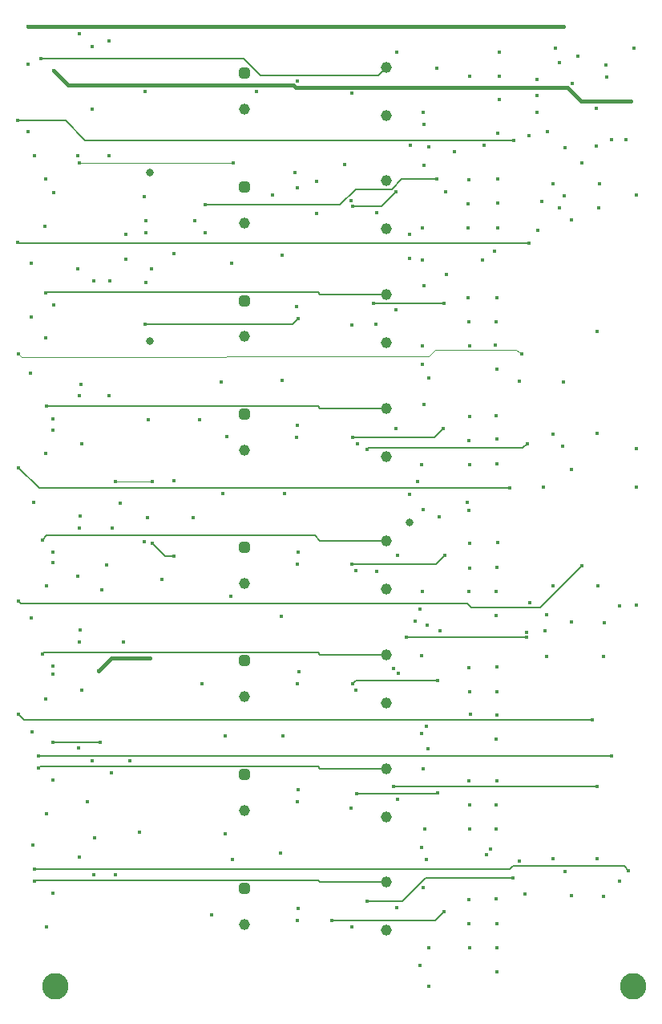
<source format=gbr>
%TF.GenerationSoftware,KiCad,Pcbnew,(6.0.1)*%
%TF.CreationDate,2023-03-14T21:46:10-07:00*%
%TF.ProjectId,pipes_sub,70697065-735f-4737-9562-2e6b69636164,rev?*%
%TF.SameCoordinates,Original*%
%TF.FileFunction,Copper,L2,Inr*%
%TF.FilePolarity,Positive*%
%FSLAX46Y46*%
G04 Gerber Fmt 4.6, Leading zero omitted, Abs format (unit mm)*
G04 Created by KiCad (PCBNEW (6.0.1)) date 2023-03-14 21:46:10*
%MOMM*%
%LPD*%
G01*
G04 APERTURE LIST*
G04 Aperture macros list*
%AMRoundRect*
0 Rectangle with rounded corners*
0 $1 Rounding radius*
0 $2 $3 $4 $5 $6 $7 $8 $9 X,Y pos of 4 corners*
0 Add a 4 corners polygon primitive as box body*
4,1,4,$2,$3,$4,$5,$6,$7,$8,$9,$2,$3,0*
0 Add four circle primitives for the rounded corners*
1,1,$1+$1,$2,$3*
1,1,$1+$1,$4,$5*
1,1,$1+$1,$6,$7*
1,1,$1+$1,$8,$9*
0 Add four rect primitives between the rounded corners*
20,1,$1+$1,$2,$3,$4,$5,0*
20,1,$1+$1,$4,$5,$6,$7,0*
20,1,$1+$1,$6,$7,$8,$9,0*
20,1,$1+$1,$8,$9,$2,$3,0*%
G04 Aperture macros list end*
%TA.AperFunction,ComponentPad*%
%ADD10RoundRect,0.287500X-0.287500X-0.287500X0.287500X-0.287500X0.287500X0.287500X-0.287500X0.287500X0*%
%TD*%
%TA.AperFunction,ComponentPad*%
%ADD11C,1.150000*%
%TD*%
%TA.AperFunction,ComponentPad*%
%ADD12C,2.800000*%
%TD*%
%TA.AperFunction,ViaPad*%
%ADD13C,0.450000*%
%TD*%
%TA.AperFunction,ViaPad*%
%ADD14C,0.800000*%
%TD*%
%TA.AperFunction,Conductor*%
%ADD15C,0.400000*%
%TD*%
%TA.AperFunction,Conductor*%
%ADD16C,0.200000*%
%TD*%
%TA.AperFunction,Conductor*%
%ADD17C,0.120000*%
%TD*%
G04 APERTURE END LIST*
D10*
%TO.N,Net-(U26-Pad1)*%
%TO.C,U26*%
X65170000Y-124600000D03*
D11*
%TO.N,Net-(R54-Pad1)*%
X65170000Y-128400000D03*
%TO.N,Net-(R59-Pad2)*%
X80170000Y-123960000D03*
%TO.N,Net-(R53-Pad2)*%
X80170000Y-129040000D03*
%TD*%
D10*
%TO.N,Net-(U27-Pad1)*%
%TO.C,U27*%
X65170000Y-86600000D03*
D11*
%TO.N,Net-(R56-Pad1)*%
X65170000Y-90400000D03*
%TO.N,Net-(R60-Pad2)*%
X80170000Y-85960000D03*
%TO.N,Net-(R55-Pad2)*%
X80170000Y-91040000D03*
%TD*%
D10*
%TO.N,Net-(U21-Pad1)*%
%TO.C,U21*%
X65170000Y-74600000D03*
D11*
%TO.N,Net-(R47-Pad1)*%
X65170000Y-78400000D03*
%TO.N,Net-(R51-Pad2)*%
X80170000Y-73960000D03*
%TO.N,Net-(R46-Pad2)*%
X80170000Y-79040000D03*
%TD*%
D10*
%TO.N,Net-(U22-Pad1)*%
%TO.C,U22*%
X65170000Y-50600000D03*
D11*
%TO.N,Net-(R49-Pad1)*%
X65170000Y-54400000D03*
%TO.N,Net-(R52-Pad2)*%
X80170000Y-49960000D03*
%TO.N,Net-(R48-Pad2)*%
X80170000Y-55040000D03*
%TD*%
D10*
%TO.N,Net-(U20-Pad1)*%
%TO.C,U20*%
X65170000Y-112600000D03*
D11*
%TO.N,Net-(R45-Pad1)*%
X65170000Y-116400000D03*
%TO.N,Net-(R50-Pad2)*%
X80170000Y-111960000D03*
%TO.N,Net-(R44-Pad2)*%
X80170000Y-117040000D03*
%TD*%
D10*
%TO.N,Net-(U28-Pad1)*%
%TO.C,U28*%
X65170000Y-62600000D03*
D11*
%TO.N,Net-(R58-Pad1)*%
X65170000Y-66400000D03*
%TO.N,Net-(R61-Pad2)*%
X80170000Y-61960000D03*
%TO.N,Net-(R57-Pad2)*%
X80170000Y-67040000D03*
%TD*%
D10*
%TO.N,Net-(U33-Pad1)*%
%TO.C,U33*%
X65170000Y-100600000D03*
D11*
%TO.N,Net-(R65-Pad1)*%
X65170000Y-104400000D03*
%TO.N,Net-(R67-Pad2)*%
X80170000Y-99960000D03*
%TO.N,Net-(R64-Pad2)*%
X80170000Y-105040000D03*
%TD*%
D10*
%TO.N,Net-(U32-Pad1)*%
%TO.C,U32*%
X65170000Y-136600000D03*
D11*
%TO.N,Net-(R63-Pad1)*%
X65170000Y-140400000D03*
%TO.N,Net-(R66-Pad2)*%
X80170000Y-135960000D03*
%TO.N,Net-(R62-Pad2)*%
X80170000Y-141040000D03*
%TD*%
D12*
%TO.N,GND*%
%TO.C,TP1*%
X106250000Y-146950000D03*
%TD*%
%TO.N,GND*%
%TO.C,TP2*%
X45230000Y-146950000D03*
%TD*%
D13*
%TO.N,+12V*%
X98433750Y-49466250D03*
X42692520Y-70647480D03*
X49301250Y-131301250D03*
X97800000Y-104700000D03*
X42295000Y-45675000D03*
X98875000Y-45675000D03*
X42740000Y-120090000D03*
X97800000Y-88700000D03*
X42900000Y-95870000D03*
X42690000Y-108120000D03*
X97800000Y-62300000D03*
X54100000Y-130650000D03*
X42692520Y-76307480D03*
X42860000Y-132050000D03*
X42550000Y-82240000D03*
X42985000Y-59355000D03*
X97800000Y-133500000D03*
%TO.N,-12V*%
X44980000Y-75060000D03*
X44940000Y-101130000D03*
X99695000Y-108505000D03*
X49800000Y-113700000D03*
X48000000Y-89700000D03*
X51100000Y-124400000D03*
X44940000Y-102200000D03*
X44950000Y-87110000D03*
X44940000Y-121180000D03*
X44960000Y-114000000D03*
X106000000Y-53515000D03*
X44950000Y-88300000D03*
X49900000Y-121170000D03*
X48000000Y-115700000D03*
X44940000Y-113130000D03*
X55150000Y-112350000D03*
X99680489Y-137350000D03*
X44985000Y-50355000D03*
X99680489Y-92419511D03*
X44940000Y-125220000D03*
X44940000Y-137160000D03*
X99700000Y-66105000D03*
X44985000Y-63185000D03*
X47600000Y-103700000D03*
%TO.N,OSC6*%
X95000000Y-110100000D03*
X95000000Y-109600000D03*
X82300000Y-110100000D03*
X80900000Y-113400000D03*
X95325000Y-106475000D03*
%TO.N,OSC3*%
X102450000Y-77850000D03*
X102450000Y-88650000D03*
X79080000Y-77120000D03*
%TO.N,OSC1*%
X70500000Y-61100000D03*
X102700000Y-62300000D03*
%TO.N,OSC7*%
X80950000Y-125850000D03*
X102450000Y-133500000D03*
X102450000Y-125850000D03*
%TO.N,OSC4*%
X78112500Y-90300000D03*
X95075000Y-89675000D03*
%TO.N,OSC2*%
X79100000Y-65300000D03*
X96200000Y-67200000D03*
X96600000Y-64100000D03*
%TO.N,OSC8*%
X93550000Y-135550000D03*
X78150000Y-138000000D03*
%TO.N,Net-(R6-Pad1)*%
X76475000Y-52725000D03*
X88955000Y-50895000D03*
%TO.N,SIG*%
X85450000Y-61800000D03*
X61000000Y-64450000D03*
X103355000Y-49705000D03*
X61000000Y-67400000D03*
X54800000Y-67400000D03*
X54800000Y-72700000D03*
X85450000Y-50100000D03*
%TO.N,SIG1*%
X96065000Y-51235000D03*
X41240000Y-55580000D03*
X93600000Y-57700000D03*
%TO.N,SIG2*%
X96065000Y-52935000D03*
X41250000Y-68430000D03*
X95200000Y-68569521D03*
%TO.N,SIG3*%
X94500000Y-80250000D03*
X41310000Y-80200000D03*
X96075000Y-54725000D03*
%TO.N,SIG4*%
X93200000Y-94400000D03*
X41280000Y-92220000D03*
X97150000Y-56800000D03*
%TO.N,SIG5*%
X100790000Y-102610000D03*
X100790000Y-60100000D03*
X41270000Y-106300000D03*
%TO.N,SIG6*%
X102350000Y-58300000D03*
X41320000Y-118240000D03*
X101925489Y-118875489D03*
%TO.N,SIG7*%
X103950000Y-122650000D03*
X103920000Y-57600000D03*
X43445000Y-122625000D03*
%TO.N,Net-(R47-Pad1)*%
X49220000Y-72520000D03*
%TO.N,Net-(R49-Pad1)*%
X49121069Y-54371069D03*
X49121069Y-47778931D03*
%TO.N,Net-(R50-Pad2)*%
X43795000Y-111855000D03*
X44140000Y-116640000D03*
%TO.N,Net-(R51-Pad2)*%
X44140000Y-78570000D03*
X44140000Y-73750000D03*
%TO.N,Net-(R52-Pad2)*%
X42339511Y-56740489D03*
X43670000Y-49090000D03*
X42310359Y-49629641D03*
%TO.N,Net-(R56-Pad1)*%
X47720000Y-84590000D03*
%TO.N,Net-(R58-Pad1)*%
X47707500Y-60047500D03*
X63947500Y-60047500D03*
%TO.N,Net-(R59-Pad2)*%
X44300000Y-128700000D03*
X43415000Y-123895000D03*
%TO.N,Net-(R60-Pad2)*%
X44210000Y-90760000D03*
X44260000Y-85720000D03*
%TO.N,Net-(R61-Pad2)*%
X72799652Y-61999652D03*
X44120000Y-66750000D03*
X44180000Y-61760000D03*
X72769511Y-65430489D03*
%TO.N,Net-(R66-Pad2)*%
X42990000Y-135880000D03*
X44280000Y-140650000D03*
%TO.N,Net-(R67-Pad2)*%
X43815000Y-99855000D03*
X44300000Y-104700000D03*
%TO.N,OSC5*%
X102505000Y-104695000D03*
X79150000Y-103150000D03*
%TO.N,1f*%
X66450000Y-52500000D03*
X54650000Y-52500000D03*
X54600000Y-63650000D03*
%TO.N,2f*%
X68100000Y-63500000D03*
%TO.N,3f*%
X70825000Y-76525000D03*
X54790000Y-66190000D03*
X54700000Y-77100000D03*
%TO.N,4f*%
X70675000Y-89025000D03*
X63325489Y-88975489D03*
X59940000Y-66190000D03*
%TO.N,5f*%
X52064022Y-95935978D03*
X70800000Y-102450000D03*
X52675000Y-67625000D03*
%TO.N,6f*%
X57725000Y-69625000D03*
X60700000Y-115050000D03*
X70795000Y-115025000D03*
%TO.N,Net-(R141-Pad2)*%
X95200000Y-57200000D03*
X99000000Y-58500000D03*
X92100000Y-53400000D03*
X98935000Y-63565000D03*
X92100000Y-50900000D03*
X92130000Y-48370000D03*
%TO.N,7f*%
X52675000Y-70275000D03*
X70795000Y-127505000D03*
X48550000Y-127500000D03*
%TO.N,8f*%
X61700000Y-139450000D03*
X60400000Y-87200000D03*
X70745000Y-140005000D03*
X55050000Y-87200000D03*
X55370000Y-71270000D03*
%TO.N,SIG8*%
X105500000Y-57600000D03*
X42965000Y-134615000D03*
X105750000Y-134750000D03*
%TO.N,VCA1*%
X50890000Y-47210000D03*
X56450000Y-104050000D03*
%TO.N,VCA2*%
X50900000Y-59300000D03*
X50080978Y-105080978D03*
%TO.N,VCA3*%
X55400000Y-100250000D03*
X51539511Y-93700000D03*
X50970000Y-72520000D03*
X55400000Y-93700000D03*
X57750000Y-101600000D03*
%TO.N,VCA4*%
X50900000Y-84590000D03*
X50650000Y-102500000D03*
%TO.N,VCA5*%
X51200000Y-98600000D03*
%TO.N,VCA6*%
X54600000Y-100000000D03*
X52400000Y-110600000D03*
%TO.N,VCA7*%
X53100000Y-123150000D03*
X59740000Y-97460000D03*
%TO.N,VCA8*%
X51580000Y-135150000D03*
X54900000Y-97460000D03*
%TO.N,Net-(R142-Pad2)*%
X98850000Y-83150000D03*
X98825000Y-89925000D03*
X94225000Y-83125000D03*
%TO.N,Net-(R1-Pad2)*%
X102360000Y-54350000D03*
X103450000Y-51000000D03*
%TO.N,Net-(R145-Pad2)*%
X102600000Y-64850000D03*
X98435000Y-64835000D03*
%TO.N,Net-(R8-Pad1)*%
X84100000Y-55975000D03*
X91950000Y-56950000D03*
%TO.N,Net-(R18-Pad1)*%
X78775480Y-74924520D03*
X86275480Y-74924520D03*
%TO.N,Net-(R141-Pad1)*%
X87350000Y-58900000D03*
X82725000Y-58225000D03*
%TO.N,Net-(R19-Pad1)*%
X88850000Y-76850000D03*
X91750000Y-76850000D03*
%TO.N,Net-(R22-Pad1)*%
X91850000Y-81800000D03*
X83954520Y-81345480D03*
%TO.N,+9V*%
X98000000Y-48000000D03*
X84115000Y-73055000D03*
X83850000Y-112040000D03*
X70720000Y-87740000D03*
X70815000Y-138705000D03*
X84030000Y-136550000D03*
D14*
X82640000Y-98030000D03*
D13*
X70835000Y-101125000D03*
X84115000Y-85555000D03*
X70775000Y-51425000D03*
X70885000Y-126205000D03*
X81245000Y-48355000D03*
X70925000Y-113725000D03*
X84100000Y-60300000D03*
X84075000Y-124035000D03*
X70675000Y-75225000D03*
X70785000Y-62725000D03*
%TO.N,Net-(R72-Pad1)*%
X88825000Y-74325000D03*
X91800000Y-74300000D03*
%TO.N,Net-(R75-Pad1)*%
X91700000Y-79300000D03*
X88950000Y-79350000D03*
%TO.N,Net-(R143-Pad1)*%
X84650000Y-58350000D03*
X84045000Y-54705000D03*
X90450000Y-58250000D03*
%TO.N,Net-(R144-Pad1)*%
X84650000Y-82800000D03*
X83955000Y-79405000D03*
%TO.N,Net-(R87-Pad1)*%
X88875000Y-61825000D03*
X91900000Y-61800000D03*
%TO.N,Net-(R145-Pad1)*%
X86475000Y-71875000D03*
X82635000Y-70135000D03*
%TO.N,Net-(R90-Pad1)*%
X88795000Y-66905000D03*
X91900000Y-66900000D03*
%TO.N,Net-(R92-Pad1)*%
X91750000Y-86750000D03*
X88925000Y-86825000D03*
%TO.N,Net-(R95-Pad1)*%
X88945000Y-91905000D03*
X91800000Y-91800000D03*
%TO.N,Net-(R99-Pad1)*%
X76475000Y-102425000D03*
X86305000Y-101495000D03*
%TO.N,Net-(R146-Pad1)*%
X82635000Y-95085000D03*
X85750000Y-97400000D03*
%TO.N,Net-(U20-Pad1)*%
X47785000Y-109315000D03*
%TO.N,Net-(U21-Pad1)*%
X47593000Y-71247000D03*
%TO.N,Net-(U22-Pad1)*%
X47764520Y-46435480D03*
%TO.N,Net-(U26-Pad1)*%
X47630000Y-121790000D03*
%TO.N,Net-(U32-Pad1)*%
X47715000Y-133345000D03*
%TO.N,Net-(U33-Pad1)*%
X47825000Y-97315000D03*
%TO.N,Net-(R48-Pad2)*%
X75725000Y-60275000D03*
%TO.N,Net-(R20-Pad2)*%
X63150000Y-120550000D03*
X69275000Y-120525000D03*
X63150000Y-130850000D03*
%TO.N,Net-(R21-Pad2)*%
X62750000Y-83150000D03*
X69175000Y-83025000D03*
%TO.N,Net-(R29-Pad2)*%
X62900000Y-95000000D03*
X69400000Y-95000000D03*
%TO.N,Net-(R30-Pad2)*%
X63850000Y-70650000D03*
X69185000Y-69785000D03*
%TO.N,Net-(R31-Pad2)*%
X68975000Y-132875000D03*
X63900000Y-133550000D03*
%TO.N,Net-(R39-Pad2)*%
X69075000Y-107875000D03*
X63750000Y-105800000D03*
%TO.N,Net-(R100-Pad1)*%
X91800000Y-102750000D03*
X88950000Y-102800000D03*
%TO.N,Net-(R101-Pad1)*%
X91750000Y-107850000D03*
X83725480Y-107174520D03*
%TO.N,Net-(R103-Pad1)*%
X77046891Y-126646891D03*
X85600000Y-126575000D03*
%TO.N,Net-(R103-Pad2)*%
X99050000Y-134800000D03*
X94200000Y-133700000D03*
X91175000Y-132475000D03*
%TO.N,Net-(R104-Pad1)*%
X88995000Y-127845000D03*
X91750000Y-127850000D03*
%TO.N,Net-(R105-Pad1)*%
X90750000Y-133100000D03*
X83850000Y-132325480D03*
%TO.N,Net-(R79-Pad1)*%
X76450000Y-64030000D03*
X86395000Y-63095000D03*
%TO.N,Net-(R80-Pad1)*%
X91900000Y-64300000D03*
X88765000Y-64365000D03*
%TO.N,Net-(R81-Pad1)*%
X82635000Y-67635000D03*
X91600000Y-69400000D03*
%TO.N,Net-(R83-Pad1)*%
X86205000Y-88095000D03*
X76575000Y-89025000D03*
%TO.N,Net-(R84-Pad1)*%
X88915000Y-89365000D03*
X91800000Y-89200000D03*
%TO.N,Net-(R85-Pad1)*%
X88750000Y-95850000D03*
X83500359Y-93699641D03*
%TO.N,Net-(R107-Pad1)*%
X88925000Y-100225000D03*
X91900000Y-100150000D03*
%TO.N,Net-(R110-Pad1)*%
X91750000Y-105250000D03*
X88895000Y-105305000D03*
%TO.N,Net-(R112-Pad1)*%
X88845000Y-125305000D03*
X91800000Y-125250000D03*
%TO.N,Net-(R115-Pad1)*%
X91750000Y-130350000D03*
X88985000Y-130385000D03*
%TO.N,Net-(R119-Pad1)*%
X86225000Y-139075000D03*
X74405000Y-140005000D03*
%TO.N,Net-(R119-Pad2)*%
X94772141Y-137172141D03*
X103125000Y-137425000D03*
%TO.N,Net-(R120-Pad1)*%
X88895000Y-140345000D03*
X91850000Y-140300000D03*
%TO.N,Net-(R121-Pad1)*%
X83750000Y-144754520D03*
X91850000Y-145400000D03*
%TO.N,Net-(R123-Pad1)*%
X85600000Y-114700000D03*
X76575000Y-115025000D03*
%TO.N,Net-(R123-Pad2)*%
X97075000Y-112175000D03*
X103125000Y-112175000D03*
X96950000Y-109400000D03*
X97125000Y-107725000D03*
X103175000Y-108575000D03*
%TO.N,Net-(R124-Pad1)*%
X88935000Y-115865000D03*
X91800000Y-115850000D03*
%TO.N,Net-(R125-Pad1)*%
X83875480Y-120274520D03*
X91750000Y-120850000D03*
%TO.N,Net-(R127-Pad1)*%
X91750000Y-137750000D03*
X88905000Y-137805000D03*
%TO.N,Net-(R130-Pad1)*%
X91800000Y-142850000D03*
X88950000Y-142900000D03*
%TO.N,Net-(R132-Pad1)*%
X91850000Y-113250000D03*
X88875000Y-113325000D03*
%TO.N,Net-(R135-Pad1)*%
X91800000Y-118350000D03*
X89050000Y-118250000D03*
%TO.N,Net-(R147-Pad1)*%
X83945000Y-70295000D03*
X90350000Y-70350000D03*
X83945000Y-66905000D03*
%TO.N,Net-(R148-Pad1)*%
X83895000Y-91905000D03*
X88850000Y-96700000D03*
X84024870Y-96625130D03*
%TO.N,Net-(U5-Pad4)*%
X81205000Y-75595000D03*
X76475000Y-77175000D03*
%TO.N,Net-(R149-Pad1)*%
X85800000Y-109450000D03*
X83170000Y-108380000D03*
%TO.N,Net-(U10-Pad4)*%
X77100000Y-89675000D03*
X81200000Y-88095000D03*
%TO.N,Net-(U11-Pad4)*%
X76600000Y-64675000D03*
X81200000Y-63100000D03*
%TO.N,Net-(U12-Pad4)*%
X81350000Y-127250000D03*
X76445000Y-128155000D03*
%TO.N,Net-(R151-Pad1)*%
X83955000Y-105305000D03*
X84500000Y-108850000D03*
%TO.N,Net-(R152-Pad1)*%
X84374511Y-133575489D03*
X84235000Y-130385000D03*
%TO.N,Net-(U17-Pad4)*%
X81305000Y-101495000D03*
X76925000Y-103075000D03*
%TO.N,Net-(R155-Pad1)*%
X84635000Y-142885000D03*
X84635000Y-146935000D03*
%TO.N,Net-(R156-Pad1)*%
X84550000Y-121900000D03*
X84350000Y-119550000D03*
D14*
%TO.N,GND*%
X55190000Y-61110000D03*
X55210000Y-78890000D03*
D13*
X57700000Y-93600000D03*
%TO.N,Net-(U4-Pad4)*%
X81400000Y-113950000D03*
X76925000Y-115675000D03*
%TO.N,Net-(R45-Pad1)*%
X47730000Y-110600000D03*
%TO.N,Net-(R54-Pad1)*%
X49100000Y-123180000D03*
%TO.N,Net-(R63-Pad1)*%
X49220000Y-135140000D03*
%TO.N,Net-(R65-Pad1)*%
X47705000Y-98585000D03*
%TO.N,Net-(U16-Pad4)*%
X81250000Y-138650000D03*
X76495000Y-140655000D03*
%TO.N,Net-(U27-Pad1)*%
X47860000Y-83440000D03*
%TO.N,Net-(U28-Pad1)*%
X47585000Y-59355000D03*
%TO.N,Net-(R139-Pad1)*%
X100425000Y-48775000D03*
X99800000Y-51700000D03*
%TO.N,-9V*%
X106600000Y-63500000D03*
X106600000Y-106750000D03*
X106600000Y-94250000D03*
X106600000Y-90200000D03*
X104825000Y-106775000D03*
X96750000Y-94250000D03*
X104775000Y-135825000D03*
X106300000Y-48000000D03*
%TD*%
D15*
%TO.N,+12V*%
X42295000Y-45675000D02*
X98875000Y-45675000D01*
%TO.N,-12V*%
X99308404Y-52091597D02*
X100731807Y-53515000D01*
X44985000Y-50355000D02*
X46505489Y-51875489D01*
X49800000Y-113700000D02*
X51150000Y-112350000D01*
X70342296Y-51875489D02*
X70558404Y-52091597D01*
X46505489Y-51875489D02*
X70342296Y-51875489D01*
X70558404Y-52091597D02*
X99308404Y-52091597D01*
X100731807Y-53515000D02*
X106000000Y-53515000D01*
X51150000Y-112350000D02*
X55150000Y-112350000D01*
D16*
X49900000Y-121170000D02*
X44930000Y-121170000D01*
%TO.N,OSC6*%
X82300000Y-110100000D02*
X94900000Y-110100000D01*
%TO.N,OSC7*%
X102450000Y-125850000D02*
X80950000Y-125850000D01*
%TO.N,OSC4*%
X78247011Y-90165489D02*
X94584511Y-90165489D01*
X78112500Y-90300000D02*
X78247011Y-90165489D01*
X94584511Y-90165489D02*
X95075000Y-89675000D01*
%TO.N,OSC8*%
X84288228Y-135550000D02*
X93550000Y-135550000D01*
X78150000Y-138000000D02*
X81838228Y-138000000D01*
X81838228Y-138000000D02*
X84288228Y-135550000D01*
%TO.N,SIG*%
X61000000Y-64450000D02*
X75288228Y-64450000D01*
X76903717Y-62834511D02*
X80715489Y-62834511D01*
X75288228Y-64450000D02*
X76903717Y-62834511D01*
X81750000Y-61800000D02*
X85450000Y-61800000D01*
X80715489Y-62834511D02*
X81750000Y-61800000D01*
%TO.N,SIG1*%
X46256046Y-55580000D02*
X41240000Y-55580000D01*
X48346046Y-57670000D02*
X46256046Y-55580000D01*
X93600000Y-57700000D02*
X48346046Y-57670000D01*
%TO.N,SIG2*%
X41250000Y-68430000D02*
X41389521Y-68569521D01*
X41389521Y-68569521D02*
X95200000Y-68569521D01*
D17*
%TO.N,SIG3*%
X85299511Y-79840489D02*
X84665000Y-80475000D01*
X93865489Y-79840489D02*
X85299511Y-79840489D01*
X41639520Y-80529520D02*
X41310000Y-80200000D01*
X94500000Y-80250000D02*
X93865489Y-79840489D01*
X84665000Y-80475000D02*
X41639520Y-80529520D01*
D16*
%TO.N,SIG4*%
X43460000Y-94400000D02*
X41280000Y-92220000D01*
X93200000Y-94400000D02*
X43460000Y-94400000D01*
%TO.N,SIG5*%
X89110471Y-106999511D02*
X88680480Y-106569520D01*
X96400489Y-106999511D02*
X89110471Y-106999511D01*
X41539520Y-106569520D02*
X41270000Y-106300000D01*
X88680480Y-106569520D02*
X41539520Y-106569520D01*
X100790000Y-102610000D02*
X96400489Y-106999511D01*
%TO.N,SIG6*%
X89456467Y-118875489D02*
X89430489Y-118849511D01*
X101925489Y-118875489D02*
X89456467Y-118875489D01*
X41320000Y-118240000D02*
X41929511Y-118849511D01*
X41929511Y-118849511D02*
X89430489Y-118849511D01*
%TO.N,SIG7*%
X43445000Y-122625000D02*
X88565000Y-122625000D01*
X88590000Y-122650000D02*
X88565000Y-122625000D01*
X103950000Y-122650000D02*
X88590000Y-122650000D01*
%TO.N,Net-(R50-Pad2)*%
X43924520Y-111725480D02*
X72935480Y-111725480D01*
X43795000Y-111855000D02*
X43924520Y-111725480D01*
X73170000Y-111960000D02*
X72935480Y-111725480D01*
X80170000Y-111960000D02*
X73170000Y-111960000D01*
%TO.N,Net-(R51-Pad2)*%
X73170000Y-73960000D02*
X72935480Y-73725480D01*
X80170000Y-73960000D02*
X73170000Y-73960000D01*
X44164520Y-73725480D02*
X72935480Y-73725480D01*
X44140000Y-73750000D02*
X44164520Y-73725480D01*
%TO.N,Net-(R52-Pad2)*%
X66834511Y-50844511D02*
X65080000Y-49090000D01*
X65100000Y-49090000D02*
X43670000Y-49090000D01*
X80170000Y-49960000D02*
X79285489Y-50844511D01*
X79285489Y-50844511D02*
X66834511Y-50844511D01*
D17*
%TO.N,Net-(R58-Pad1)*%
X47707500Y-60047500D02*
X63947500Y-60047500D01*
D16*
%TO.N,Net-(R59-Pad2)*%
X80170000Y-123960000D02*
X73170000Y-123960000D01*
X43415000Y-123895000D02*
X43584520Y-123725480D01*
X43584520Y-123725480D02*
X72935480Y-123725480D01*
X73170000Y-123960000D02*
X72935480Y-123725480D01*
%TO.N,Net-(R60-Pad2)*%
X73170000Y-85960000D02*
X72935480Y-85725480D01*
X80170000Y-85960000D02*
X73170000Y-85960000D01*
X44260000Y-85720000D02*
X72935480Y-85725480D01*
%TO.N,Net-(R66-Pad2)*%
X73170000Y-135960000D02*
X72935480Y-135725480D01*
X42990000Y-135880000D02*
X43144520Y-135725480D01*
X80170000Y-135960000D02*
X73170000Y-135960000D01*
X43144520Y-135725480D02*
X72935480Y-135725480D01*
%TO.N,Net-(R67-Pad2)*%
X43815000Y-99855000D02*
X44284999Y-99385001D01*
X44284999Y-99385001D02*
X72595001Y-99385001D01*
X80170000Y-99960000D02*
X73170000Y-99960000D01*
X73170000Y-99960000D02*
X72595001Y-99385001D01*
%TO.N,3f*%
X54700000Y-77100000D02*
X70250000Y-77100000D01*
X70250000Y-77100000D02*
X70825000Y-76525000D01*
%TO.N,SIG8*%
X105750000Y-134750000D02*
X105275489Y-134275489D01*
X105275489Y-134275489D02*
X93514511Y-134275489D01*
X93514511Y-134275489D02*
X93175000Y-134615000D01*
X42965000Y-134615000D02*
X93175000Y-134615000D01*
D17*
%TO.N,VCA3*%
X51539511Y-93700000D02*
X55400000Y-93700000D01*
D16*
X55400000Y-100250000D02*
X56750000Y-101600000D01*
X56750000Y-101600000D02*
X57750000Y-101600000D01*
%TO.N,Net-(R18-Pad1)*%
X78775480Y-74924520D02*
X86275480Y-74924520D01*
%TO.N,Net-(R99-Pad1)*%
X85375000Y-102425000D02*
X86305000Y-101495000D01*
X76475000Y-102425000D02*
X85375000Y-102425000D01*
%TO.N,Net-(R103-Pad1)*%
X85528109Y-126646891D02*
X85600000Y-126575000D01*
X77046891Y-126646891D02*
X85528109Y-126646891D01*
%TO.N,Net-(R83-Pad1)*%
X85275000Y-89025000D02*
X86205000Y-88095000D01*
X76575000Y-89025000D02*
X85275000Y-89025000D01*
%TO.N,Net-(R119-Pad1)*%
X74405000Y-140005000D02*
X85295000Y-140005000D01*
X85295000Y-140005000D02*
X86225000Y-139075000D01*
%TO.N,Net-(R123-Pad1)*%
X76900000Y-114700000D02*
X85600000Y-114700000D01*
X76575000Y-115025000D02*
X76900000Y-114700000D01*
%TO.N,Net-(U11-Pad4)*%
X76600000Y-64675000D02*
X79625000Y-64675000D01*
X79625000Y-64675000D02*
X81200000Y-63100000D01*
%TD*%
M02*

</source>
